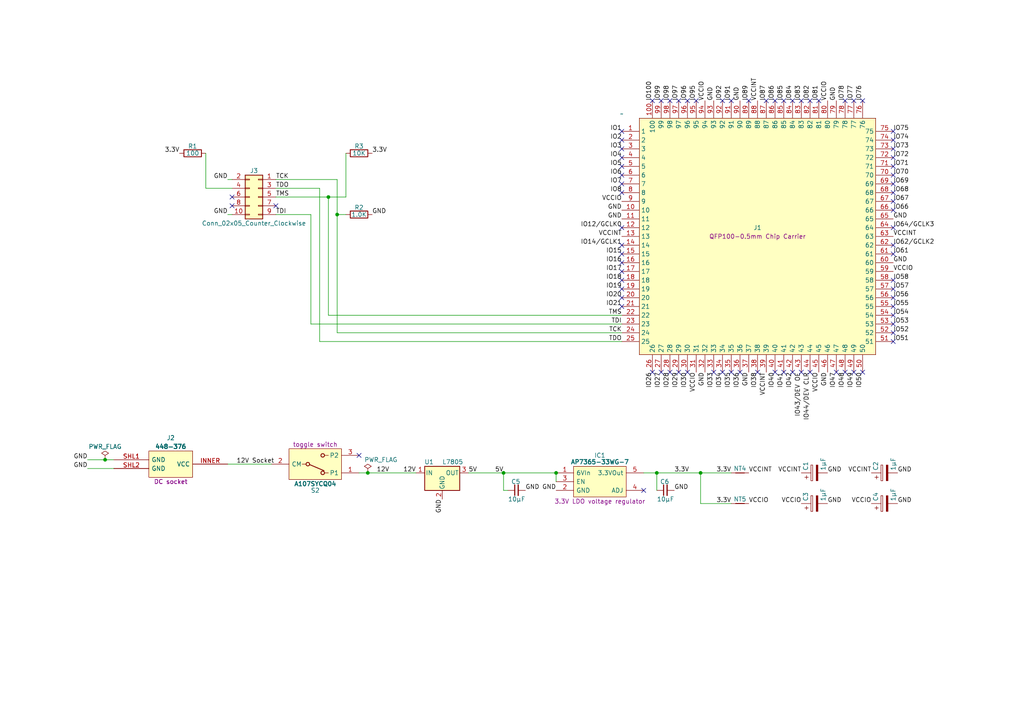
<source format=kicad_sch>
(kicad_sch (version 20231120) (generator "eeschema") (generator_version "8.0")
  (paper "A4")
  (title_block (title "EPM570 Programmer") (date "2025-02-06") (rev "V0"))
  (lib_symbols
    (symbol "All_Socket:QFP100-0.5_Chip_Carrier"
      (property "Reference" "J" (at 39.37 -27.94 0))
      (property "Description" "QFP100-0.5mm Chip Carrier" (at 39.37 -30.48 0))
      (symbol "QFP100-0.5_Chip_Carrier_1_0"
        (pin passive line (at 0 0 0) (length 5.08) (name "1") (number "1"))
        (pin passive line (at 0 -22.86 0) (length 5.08) (name "10") (number "10"))
        (pin passive line (at 8.89 8.89 270) (length 5.08) (name "100") (number "100"))
        (pin passive line (at 0 -25.4 0) (length 5.08) (name "11") (number "11"))
        (pin passive line (at 0 -27.94 0) (length 5.08) (name "12") (number "12"))
        (pin passive line (at 0 -30.48 0) (length 5.08) (name "13") (number "13"))
        (pin passive line (at 0 -33.02 0) (length 5.08) (name "14") (number "14"))
        (pin passive line (at 0 -35.56 0) (length 5.08) (name "15") (number "15"))
        (pin passive line (at 0 -38.1 0) (length 5.08) (name "16") (number "16"))
        (pin passive line (at 0 -40.64 0) (length 5.08) (name "17") (number "17"))
        (pin passive line (at 0 -43.18 0) (length 5.08) (name "18") (number "18"))
        (pin passive line (at 0 -45.72 0) (length 5.08) (name "19") (number "19"))
        (pin passive line (at 0 -2.54 0) (length 5.08) (name "2") (number "2"))
        (pin passive line (at 0 -48.26 0) (length 5.08) (name "20") (number "20"))
        (pin passive line (at 0 -50.8 0) (length 5.08) (name "21") (number "21"))
        (pin passive line (at 0 -53.34 0) (length 5.08) (name "22") (number "22"))
        (pin passive line (at 0 -55.88 0) (length 5.08) (name "23") (number "23"))
        (pin passive line (at 0 -58.42 0) (length 5.08) (name "24") (number "24"))
        (pin passive line (at 0 -60.96 0) (length 5.08) (name "25") (number "25"))
        (pin passive line (at 8.89 -69.85 90) (length 5.08) (name "26") (number "26"))
        (pin passive line (at 11.43 -69.85 90) (length 5.08) (name "27") (number "27"))
        (pin passive line (at 13.97 -69.85 90) (length 5.08) (name "28") (number "28"))
        (pin passive line (at 16.51 -69.85 90) (length 5.08) (name "29") (number "29"))
        (pin passive line (at 0 -5.08 0) (length 5.08) (name "3") (number "3"))
        (pin passive line (at 19.05 -69.85 90) (length 5.08) (name "30") (number "30"))
        (pin passive line (at 21.59 -69.85 90) (length 5.08) (name "31") (number "31"))
        (pin passive line (at 24.13 -69.85 90) (length 5.08) (name "32") (number "32"))
        (pin passive line (at 26.67 -69.85 90) (length 5.08) (name "33") (number "33"))
        (pin passive line (at 29.21 -69.85 90) (length 5.08) (name "34") (number "34"))
        (pin passive line (at 31.75 -69.85 90) (length 5.08) (name "35") (number "35"))
        (pin passive line (at 34.29 -69.85 90) (length 5.08) (name "36") (number "36"))
        (pin passive line (at 36.83 -69.85 90) (length 5.08) (name "37") (number "37"))
        (pin passive line (at 39.37 -69.85 90) (length 5.08) (name "38") (number "38"))
        (pin passive line (at 41.91 -69.85 90) (length 5.08) (name "39") (number "39"))
        (pin passive line (at 0 -7.62 0) (length 5.08) (name "4") (number "4"))
        (pin passive line (at 44.45 -69.85 90) (length 5.08) (name "40") (number "40"))
        (pin passive line (at 46.99 -69.85 90) (length 5.08) (name "41") (number "41"))
        (pin passive line (at 49.53 -69.85 90) (length 5.08) (name "42") (number "42"))
        (pin passive line (at 52.07 -69.85 90) (length 5.08) (name "43") (number "43"))
        (pin passive line (at 54.61 -69.85 90) (length 5.08) (name "44") (number "44"))
        (pin passive line (at 57.15 -69.85 90) (length 5.08) (name "45") (number "45"))
        (pin passive line (at 59.69 -69.85 90) (length 5.08) (name "46") (number "46"))
        (pin passive line (at 62.23 -69.85 90) (length 5.08) (name "47") (number "47"))
        (pin passive line (at 64.77 -69.85 90) (length 5.08) (name "48") (number "48"))
        (pin passive line (at 67.31 -69.85 90) (length 5.08) (name "49") (number "49"))
        (pin passive line (at 0 -10.16 0) (length 5.08) (name "5") (number "5"))
        (pin passive line (at 69.85 -69.85 90) (length 5.08) (name "50") (number "50"))
        (pin passive line (at 78.74 -60.96 180) (length 5.08) (name "51") (number "51"))
        (pin passive line (at 78.74 -58.42 180) (length 5.08) (name "52") (number "52"))
        (pin passive line (at 78.74 -55.88 180) (length 5.08) (name "53") (number "53"))
        (pin passive line (at 78.74 -53.34 180) (length 5.08) (name "54") (number "54"))
        (pin passive line (at 78.74 -50.8 180) (length 5.08) (name "55") (number "55"))
        (pin passive line (at 78.74 -48.26 180) (length 5.08) (name "56") (number "56"))
        (pin passive line (at 78.74 -45.72 180) (length 5.08) (name "57") (number "57"))
        (pin passive line (at 78.74 -43.18 180) (length 5.08) (name "58") (number "58"))
        (pin passive line (at 78.74 -40.64 180) (length 5.08) (name "59") (number "59"))
        (pin passive line (at 0 -12.7 0) (length 5.08) (name "6") (number "6"))
        (pin passive line (at 78.74 -38.1 180) (length 5.08) (name "60") (number "60"))
        (pin passive line (at 78.74 -35.56 180) (length 5.08) (name "61") (number "61"))
        (pin passive line (at 78.74 -33.02 180) (length 5.08) (name "62") (number "62"))
        (pin passive line (at 78.74 -30.48 180) (length 5.08) (name "63") (number "63"))
        (pin passive line (at 78.74 -27.94 180) (length 5.08) (name "64") (number "64"))
        (pin passive line (at 78.74 -25.4 180) (length 5.08) (name "65") (number "65"))
        (pin passive line (at 78.74 -22.86 180) (length 5.08) (name "66") (number "66"))
        (pin passive line (at 78.74 -20.32 180) (length 5.08) (name "67") (number "67"))
        (pin passive line (at 78.74 -17.78 180) (length 5.08) (name "68") (number "68"))
        (pin passive line (at 78.74 -15.24 180) (length 5.08) (name "69") (number "69"))
        (pin passive line (at 0 -15.24 0) (length 5.08) (name "7") (number "7"))
        (pin passive line (at 78.74 -12.7 180) (length 5.08) (name "70") (number "70"))
        (pin passive line (at 78.74 -10.16 180) (length 5.08) (name "71") (number "71"))
        (pin passive line (at 78.74 -7.62 180) (length 5.08) (name "72") (number "72"))
        (pin passive line (at 78.74 -5.08 180) (length 5.08) (name "73") (number "73"))
        (pin passive line (at 78.74 -2.54 180) (length 5.08) (name "74") (number "74"))
        (pin passive line (at 78.74 0 180) (length 5.08) (name "75") (number "75"))
        (pin passive line (at 69.85 8.89 270) (length 5.08) (name "76") (number "76"))
        (pin passive line (at 67.31 8.89 270) (length 5.08) (name "77") (number "77"))
        (pin passive line (at 64.77 8.89 270) (length 5.08) (name "78") (number "78"))
        (pin passive line (at 62.23 8.89 270) (length 5.08) (name "79") (number "79"))
        (pin passive line (at 0 -17.78 0) (length 5.08) (name "8") (number "8"))
        (pin passive line (at 59.69 8.89 270) (length 5.08) (name "80") (number "80"))
        (pin passive line (at 57.15 8.89 270) (length 5.08) (name "81") (number "81"))
        (pin passive line (at 54.61 8.89 270) (length 5.08) (name "82") (number "82"))
        (pin passive line (at 52.07 8.89 270) (length 5.08) (name "83") (number "83"))
        (pin passive line (at 49.53 8.89 270) (length 5.08) (name "84") (number "84"))
        (pin passive line (at 46.99 8.89 270) (length 5.08) (name "85") (number "85"))
        (pin passive line (at 44.45 8.89 270) (length 5.08) (name "86") (number "86"))
        (pin passive line (at 41.91 8.89 270) (length 5.08) (name "87") (number "87"))
        (pin passive line (at 39.37 8.89 270) (length 5.08) (name "88") (number "88"))
        (pin passive line (at 36.83 8.89 270) (length 5.08) (name "89") (number "89"))
        (pin passive line (at 0 -20.32 0) (length 5.08) (name "9") (number "9"))
        (pin passive line (at 34.29 8.89 270) (length 5.08) (name "90") (number "90"))
        (pin passive line (at 31.75 8.89 270) (length 5.08) (name "91") (number "91"))
        (pin passive line (at 29.21 8.89 270) (length 5.08) (name "92") (number "92"))
        (pin passive line (at 26.67 8.89 270) (length 5.08) (name "93") (number "93"))
        (pin passive line (at 24.13 8.89 270) (length 5.08) (name "94") (number "94"))
        (pin passive line (at 21.59 8.89 270) (length 5.08) (name "95") (number "95"))
        (pin passive line (at 19.05 8.89 270) (length 5.08) (name "96") (number "96"))
        (pin passive line (at 16.51 8.89 270) (length 5.08) (name "97") (number "97"))
        (pin passive line (at 13.97 8.89 270) (length 5.08) (name "98") (number "98"))
        (pin passive line (at 11.43 8.89 270) (length 5.08) (name "99") (number "99"))
      )
      (symbol "QFP100-0.5_Chip_Carrier_1_1"
        (rectangle (start 5.08 3.81) (end 73.66 -64.77) (fill (type background)))
      )
    )
    (symbol "Connector_Generic:Conn_02x05_Odd_Even" (pin_names (offset 1.016) hide)
      (property "Reference" "J" (at 1.27 7.62 0))
      (property "Value" "Conn_02x05_Odd_Even" (at 1.27 -7.62 0))
      (symbol "Conn_02x05_Odd_Even_1_1"
        (rectangle (start -1.27 -4.953) (end 0 -5.207) (stroke (width 0.1524)))
        (rectangle (start -1.27 -2.413) (end 0 -2.667) (stroke (width 0.1524)))
        (rectangle (start -1.27 0.127) (end 0 -0.127) (stroke (width 0.1524)))
        (rectangle (start -1.27 2.667) (end 0 2.413) (stroke (width 0.1524)))
        (rectangle (start -1.27 5.207) (end 0 4.953) (stroke (width 0.1524)))
        (rectangle (start -1.27 6.35) (end 3.81 -6.35) (stroke (width 0.254)) (fill (type background)))
        (rectangle (start 3.81 -4.953) (end 2.54 -5.207) (stroke (width 0.1524)))
        (rectangle (start 3.81 -2.413) (end 2.54 -2.667) (stroke (width 0.1524)))
        (rectangle (start 3.81 0.127) (end 2.54 -0.127) (stroke (width 0.1524)))
        (rectangle (start 3.81 2.667) (end 2.54 2.413) (stroke (width 0.1524)))
        (rectangle (start 3.81 5.207) (end 2.54 4.953) (stroke (width 0.1524)))
        (pin passive line (at -5.08 5.08 0) (length 3.81) (name "Pin_1") (number "1"))
        (pin passive line (at 7.62 -5.08 180) (length 3.81) (name "Pin_10") (number "10"))
        (pin passive line (at 7.62 5.08 180) (length 3.81) (name "Pin_2") (number "2"))
        (pin passive line (at -5.08 2.54 0) (length 3.81) (name "Pin_3") (number "3"))
        (pin passive line (at 7.62 2.54 180) (length 3.81) (name "Pin_4") (number "4"))
        (pin passive line (at -5.08 0 0) (length 3.81) (name "Pin_5") (number "5"))
        (pin passive line (at 7.62 0 180) (length 3.81) (name "Pin_6") (number "6"))
        (pin passive line (at -5.08 -2.54 0) (length 3.81) (name "Pin_7") (number "7"))
        (pin passive line (at 7.62 -2.54 180) (length 3.81) (name "Pin_8") (number "8"))
        (pin passive line (at -5.08 -5.08 0) (length 3.81) (name "Pin_9") (number "9"))
      )
    )
    (symbol "Device:NetTie_2" (pin_numbers hide) (pin_names (offset 0) hide) (in_bom no)
      (property "Reference" "NT" (at 0 1.27 0))
      (property "Value" "NetTie_2" (at 0 -1.27 0))
      (symbol "NetTie_2_0_1"
        (polyline (pts (xy -1.27 0) (xy 1.27 0)) (stroke (width 0.254)))
      )
      (symbol "NetTie_2_1_1"
        (pin passive line (at -2.54 0 0) (length 2.54) (name "1") (number "1"))
        (pin passive line (at 2.54 0 180) (length 2.54) (name "2") (number "2"))
      )
    )
    (symbol "Device:R" (pin_numbers hide) (pin_names (offset 0))
      (property "Reference" "R" (at 2.032 0 90))
      (property "Value" "R" (at 0 0 90))
      (symbol "R_0_1"
        (rectangle (start -1.016 -2.54) (end 1.016 2.54) (stroke (width 0.254)))
      )
      (symbol "R_1_1"
        (pin passive line (at 0 3.81 270) (length 1.27) (name "~") (number "1"))
        (pin passive line (at 0 -3.81 90) (length 1.27) (name "~") (number "2"))
      )
    )
    (symbol "Diodes_Inc:AP7365-33WG-7" (pin_names (offset 0.762))
      (property "Reference" "IC" (at 12.7 5.08 0))
      (property "Value" "AP7365-33WG-7" (at 12.7 3.175 0))
      (property "Description" "3.3V LDO voltage regulator" (at 12.7 -8.255 0))
      (symbol "AP7365-33WG-7_0_0"
        (pin passive line (at 0 -5.08 0) (length 5.08) (name "GND") (number "2"))
        (pin input line (at 0 -2.54 0) (length 5.08) (name "EN") (number "3"))
        (pin passive line (at 25.4 -5.08 180) (length 5.08) (name "ADJ") (number "4"))
      )
      (symbol "AP7365-33WG-7_0_1"
        (polyline (pts (xy 5.08 1.905) (xy 20.32 1.905) (xy 20.32 -6.985) (xy 5.08 -6.985) (xy 5.08 1.905)) (fill (type background)))
      )
      (symbol "AP7365-33WG-7_1_0"
        (pin passive line (at 0 0 0) (length 5.08) (name "6VIn") (number "1"))
        (pin passive line (at 25.4 0 180) (length 5.08) (name "3.3VOut") (number "5"))
      )
    )
    (symbol "HCP65:C_0805" (pin_numbers hide) (pin_names (offset 0.254) hide)
      (property "Reference" "C" (at 2.286 2.54 0))
      (property "Value" "?μF" (at 2.54 -2.54 0))
      (symbol "C_0805_0_1"
        (polyline (pts (xy 1.9685 -1.4605) (xy 1.9685 1.5875)) (stroke (width 0.3048)))
        (polyline (pts (xy 2.9845 -1.4605) (xy 2.9845 1.5875)) (stroke (width 0.3302)))
      )
      (symbol "C_0805_1_1"
        (pin passive line (at 0 0 0) (length 2.032) (name "~") (number "1"))
        (pin passive line (at 5.08 0 180) (length 2.032) (name "~") (number "2"))
      )
    )
    (symbol "HCP65:C_Radial_D4.0mm_P2.00mm" (pin_numbers hide) (pin_names (offset 0.254))
      (property "Reference" "C" (at 0.635 2.54 0))
      (property "Value" "?μF" (at 0.635 -2.54 0))
      (symbol "C_Radial_D4.0mm_P2.00mm_0_1"
        (rectangle (start -2.286 0.508) (end 2.286 1.016))
        (polyline (pts (xy -1.778 2.286) (xy -0.762 2.286)))
        (polyline (pts (xy -1.27 2.794) (xy -1.27 1.778)))
        (rectangle (start 2.286 -0.508) (end -2.286 -1.016) (fill (type outline)))
      )
      (symbol "C_Radial_D4.0mm_P2.00mm_1_1"
        (pin passive line (at 0 3.81 270) (length 2.794) (name "~") (number "1"))
        (pin passive line (at 0 -3.81 90) (length 2.794) (name "~") (number "2"))
      )
    )
    (symbol "RS_Components:448-376" (pin_names (offset 0.762))
      (property "Reference" "J" (at 11.43 6.35 0))
      (property "Value" "448-376" (at 11.43 3.81 0))
      (property "Description" "DC socket" (at 11.43 -6.35 0))
      (symbol "448-376_0_1"
        (polyline (pts (xy 5.08 2.54) (xy 17.78 2.54) (xy 17.78 -5.08) (xy 5.08 -5.08) (xy 5.08 2.54)) (stroke (width 0.1524)) (fill (type background)))
      )
      (symbol "448-376_1_0"
        (pin passive line (at -5.08 -1.27 0) (length 10.16) (name "VCC") (number "INNER"))
        (pin passive line (at 27.94 0 180) (length 10.16) (name "GND") (number "SHL1"))
        (pin passive line (at 27.94 -2.54 180) (length 10.16) (name "GND") (number "SHL2"))
      )
    )
    (symbol "Regulator_Linear:L7805" (pin_names (offset 0.254))
      (property "Reference" "U" (at -3.81 3.175 0))
      (property "Value" "L7805" (at 0 3.175 0))
      (symbol "L7805_0_1"
        (rectangle (start -5.08 1.905) (end 5.08 -5.08) (stroke (width 0.254)) (fill (type background)))
      )
      (symbol "L7805_1_1"
        (pin power_in line (at -7.62 0 0) (length 2.54) (name "IN") (number "1"))
        (pin power_in line (at 0 -7.62 90) (length 2.54) (name "GND") (number "2"))
        (pin power_out line (at 7.62 0 180) (length 2.54) (name "OUT") (number "3"))
      )
    )
    (symbol "TE_Connectivity:A107SYCQ04" (pin_names (offset 0.762))
      (property "Reference" "S" (at 12.7 5.08 0))
      (property "Value" "A107SYCQ04" (at 12.7 3.175 0))
      (property "Description" "toggle switch" (at 12.7 -8.255 0))
      (symbol "A107SYCQ04_0_0"
        (pin passive line (at 25.4 0 180) (length 5.08) (name "P1") (number "1"))
        (pin passive line (at 0 -2.54 0) (length 5.08) (name "CM") (number "2"))
        (pin passive line (at 25.4 -5.08 180) (length 5.08) (name "P2") (number "3"))
      )
      (symbol "A107SYCQ04_0_1"
        (polyline (pts (xy 5.08 1.905) (xy 20.32 1.905) (xy 20.32 -6.985) (xy 5.08 -6.985) (xy 5.08 1.905)) (stroke (width 0.1524)) (fill (type background)))
      )
      (symbol "A107SYCQ04_1_1"
        (polyline (pts (xy 8.89 -2.54) (xy 9.906 -2.54)))
        (polyline (pts (xy 11.049 -2.413) (xy 15.24 -0.635)) (stroke (width 0.254)))
        (polyline (pts (xy 16.51 -5.08) (xy 15.494 -5.08)))
        (polyline (pts (xy 16.51 0) (xy 15.494 0)))
        (circle (center 10.541 -2.54) (radius 0.508) (stroke (width 0.254)))
        (circle (center 14.859 -5.08) (radius 0.508) (stroke (width 0.254)))
        (circle (center 14.859 0) (radius 0.508) (stroke (width 0.254)))
      )
    )
    (symbol "power:PWR_FLAG" (power) (pin_numbers hide) (pin_names (offset 0) hide)
      (property "Value" "PWR_FLAG" (at 0 3.81 0))
      (symbol "PWR_FLAG_0_0"
        (pin power_out line (at 0 0 90) (length 0) (name "~") (number "1"))
      )
      (symbol "PWR_FLAG_0_1"
        (polyline (pts (xy 0 0) (xy 0 1.27) (xy -1.016 1.905) (xy 0 2.54) (xy 1.016 1.905) (xy 0 1.27)))
      )
    )
  )
  (junction (at 97.79 62.23))
  (junction (at 30.48 133.35))
  (junction (at 106.68 137.16))
  (junction (at 146.05 137.16))
  (junction (at 95.25 57.15))
  (junction (at 161.29 137.16))
  (junction (at 203.2 137.16))
  (junction (at 190.5 137.16))
  (no_connect (at 199.39 107.95))
  (no_connect (at 196.85 107.95))
  (no_connect (at 232.41 107.95))
  (no_connect (at 250.19 107.95))
  (no_connect (at 259.08 43.18))
  (no_connect (at 189.23 107.95))
  (no_connect (at 247.65 107.95))
  (no_connect (at 199.39 29.21))
  (no_connect (at 229.87 29.21))
  (no_connect (at 259.08 88.9))
  (no_connect (at 201.93 29.21))
  (no_connect (at 191.77 29.21))
  (no_connect (at 180.34 53.34))
  (no_connect (at 180.34 86.36))
  (no_connect (at 250.19 29.21))
  (no_connect (at 180.34 81.28))
  (no_connect (at 259.08 81.28))
  (no_connect (at 259.08 91.44))
  (no_connect (at 259.08 99.06))
  (no_connect (at 224.79 29.21))
  (no_connect (at 245.11 107.95))
  (no_connect (at 180.34 66.04))
  (no_connect (at 207.01 107.95))
  (no_connect (at 196.85 29.21))
  (no_connect (at 219.71 107.95))
  (no_connect (at 259.08 45.72))
  (no_connect (at 259.08 66.04))
  (no_connect (at 232.41 29.21))
  (no_connect (at 104.14 132.08))
  (no_connect (at 209.55 29.21))
  (no_connect (at 224.79 107.95))
  (no_connect (at 180.34 78.74))
  (no_connect (at 259.08 96.52))
  (no_connect (at 180.34 73.66))
  (no_connect (at 191.77 107.95))
  (no_connect (at 209.55 107.95))
  (no_connect (at 189.23 29.21))
  (no_connect (at 229.87 107.95))
  (no_connect (at 194.31 107.95))
  (no_connect (at 180.34 38.1))
  (no_connect (at 67.31 59.69))
  (no_connect (at 217.17 29.21))
  (no_connect (at 259.08 60.96))
  (no_connect (at 237.49 29.21))
  (no_connect (at 245.11 29.21))
  (no_connect (at 227.33 29.21))
  (no_connect (at 180.34 71.12))
  (no_connect (at 212.09 29.21))
  (no_connect (at 259.08 48.26))
  (no_connect (at 259.08 83.82))
  (no_connect (at 67.31 57.15))
  (no_connect (at 259.08 73.66))
  (no_connect (at 180.34 48.26))
  (no_connect (at 259.08 71.12))
  (no_connect (at 259.08 86.36))
  (no_connect (at 234.95 29.21))
  (no_connect (at 214.63 107.95))
  (no_connect (at 259.08 38.1))
  (no_connect (at 180.34 45.72))
  (no_connect (at 222.25 29.21))
  (no_connect (at 234.95 107.95))
  (no_connect (at 259.08 55.88))
  (no_connect (at 227.33 107.95))
  (no_connect (at 259.08 40.64))
  (no_connect (at 180.34 83.82))
  (no_connect (at 259.08 50.8))
  (no_connect (at 247.65 29.21))
  (no_connect (at 180.34 55.88))
  (no_connect (at 80.01 59.69))
  (no_connect (at 242.57 107.95))
  (no_connect (at 186.69 142.24))
  (no_connect (at 259.08 58.42))
  (no_connect (at 194.31 29.21))
  (no_connect (at 259.08 93.98))
  (no_connect (at 180.34 40.64))
  (no_connect (at 180.34 50.8))
  (no_connect (at 180.34 76.2))
  (no_connect (at 259.08 53.34))
  (no_connect (at 180.34 43.18))
  (no_connect (at 212.09 107.95))
  (no_connect (at 180.34 88.9))
  (wire (pts (xy 203.2 146.05) (xy 203.2 137.16)))
  (wire (pts (xy 92.71 54.61) (xy 92.71 99.06)))
  (wire (pts (xy 212.09 146.05) (xy 203.2 146.05)))
  (wire (pts (xy 190.5 142.24) (xy 190.5 137.16)))
  (wire (pts (xy 59.69 44.45) (xy 59.69 54.61)))
  (wire (pts (xy 78.74 134.62) (xy 66.04 134.62)))
  (wire (pts (xy 30.48 133.35) (xy 33.02 133.35)))
  (wire (pts (xy 203.2 137.16) (xy 212.09 137.16)))
  (wire (pts (xy 146.05 137.16) (xy 161.29 137.16)))
  (wire (pts (xy 90.17 93.98) (xy 90.17 62.23)))
  (wire (pts (xy 95.25 57.15) (xy 95.25 91.44)))
  (wire (pts (xy 90.17 62.23) (xy 80.01 62.23)))
  (wire (pts (xy 100.33 57.15) (xy 95.25 57.15)))
  (wire (pts (xy 161.29 137.16) (xy 161.29 139.7)))
  (wire (pts (xy 180.34 96.52) (xy 97.79 96.52)))
  (wire (pts (xy 97.79 62.23) (xy 97.79 96.52)))
  (wire (pts (xy 66.04 52.07) (xy 67.31 52.07)))
  (wire (pts (xy 59.69 54.61) (xy 67.31 54.61)))
  (wire (pts (xy 95.25 91.44) (xy 180.34 91.44)))
  (wire (pts (xy 106.68 137.16) (xy 120.65 137.16)))
  (wire (pts (xy 146.05 137.16) (xy 146.05 142.24)))
  (wire (pts (xy 80.01 54.61) (xy 92.71 54.61)))
  (wire (pts (xy 186.69 137.16) (xy 190.5 137.16)))
  (wire (pts (xy 135.89 137.16) (xy 146.05 137.16)))
  (wire (pts (xy 146.05 142.24) (xy 147.32 142.24)))
  (wire (pts (xy 106.68 137.16) (xy 104.14 137.16)))
  (wire (pts (xy 97.79 62.23) (xy 97.79 52.07)))
  (wire (pts (xy 95.25 57.15) (xy 80.01 57.15)))
  (wire (pts (xy 92.71 99.06) (xy 180.34 99.06)))
  (wire (pts (xy 100.33 62.23) (xy 97.79 62.23)))
  (wire (pts (xy 25.4 133.35) (xy 30.48 133.35)))
  (wire (pts (xy 66.04 62.23) (xy 67.31 62.23)))
  (wire (pts (xy 190.5 137.16) (xy 203.2 137.16)))
  (wire (pts (xy 33.02 135.89) (xy 25.4 135.89)))
  (wire (pts (xy 180.34 93.98) (xy 90.17 93.98)))
  (wire (pts (xy 97.79 52.07) (xy 80.01 52.07)))
  (wire (pts (xy 100.33 44.45) (xy 100.33 57.15)))
  (label "IO6" (at 180.34 50.8 180))
  (label "VCCINT" (at 217.17 137.16 0))
  (label "IO98" (at 194.31 29.21 90))
  (label "12V" (at 120.65 137.16 180))
  (label "IO29" (at 196.85 107.95 270))
  (label "IO58" (at 259.08 81.28 0))
  (label "VCCIO" (at 232.41 146.05 180))
  (label "3.3V" (at 52.07 44.45 180))
  (label "IO75" (at 259.08 38.1 0))
  (label "VCCIO" (at 252.73 146.05 180))
  (label "IO33" (at 207.01 107.95 270))
  (label "IO74" (at 259.08 40.64 0))
  (label "IO3" (at 180.34 43.18 180))
  (label "IO72" (at 259.08 45.72 0))
  (label "IO5" (at 180.34 48.26 180))
  (label "VCCINT" (at 219.71 29.21 90))
  (label "IO28" (at 194.31 107.95 270))
  (label "IO64{slash}GCLK3" (at 259.08 66.04 0))
  (label "IO42" (at 229.87 107.95 270))
  (label "TDO" (at 80.01 54.61 0))
  (label "IO44{slash}DEV CLR" (at 234.95 107.95 270))
  (label "GND" (at 180.34 63.5 180))
  (label "GND" (at 107.95 62.23 0))
  (label "IO61" (at 259.08 73.66 0))
  (label "5V" (at 146.05 137.16 180))
  (label "IO50" (at 250.19 107.95 270))
  (label "GND" (at 180.34 60.96 180))
  (label "IO35" (at 212.09 107.95 270))
  (label "GND" (at 240.03 137.16 0))
  (label "IO56" (at 259.08 86.36 0))
  (label "IO82" (at 234.95 29.21 90))
  (label "VCCINT" (at 180.34 68.58 180))
  (label "GND" (at 260.35 146.05 0))
  (label "IO67" (at 259.08 58.42 0))
  (label "IO48" (at 245.11 107.95 270))
  (label "GND" (at 66.04 52.07 180))
  (label "VCCIO" (at 201.93 107.95 270))
  (label "IO7" (at 180.34 53.34 180))
  (label "GND" (at 259.08 76.2 0))
  (label "5V" (at 135.89 137.16 0))
  (label "VCCIO" (at 204.47 29.21 90))
  (label "IO95" (at 201.93 29.21 90))
  (label "IO76" (at 250.19 29.21 90))
  (label "IO92" (at 209.55 29.21 90))
  (label "VCCINT" (at 259.08 68.58 0))
  (label "IO41" (at 227.33 107.95 270))
  (label "GND" (at 207.01 29.21 90))
  (label "IO12{slash}GCLK0" (at 180.34 66.04 180))
  (label "12V" (at 109.22 137.16 0))
  (label "GND" (at 152.4 142.24 0))
  (label "IO15" (at 180.34 73.66 180))
  (label "3.3V" (at 195.58 137.16 0))
  (label "IO52" (at 259.08 96.52 0))
  (label "IO84" (at 229.87 29.21 90))
  (label "IO87" (at 222.25 29.21 90))
  (label "VCCIO" (at 180.34 58.42 180))
  (label "GND" (at 66.04 62.23 180))
  (label "GND" (at 25.4 135.89 180))
  (label "IO54" (at 259.08 91.44 0))
  (label "IO77" (at 247.65 29.21 90))
  (label "IO36" (at 214.63 107.95 270))
  (label "GND" (at 195.58 142.24 0))
  (label "IO30" (at 199.39 107.95 270))
  (label "IO40" (at 224.79 107.95 270))
  (label "3.3V" (at 107.95 44.45 0))
  (label "IO19" (at 180.34 83.82 180))
  (label "IO96" (at 199.39 29.21 90))
  (label "IO73" (at 259.08 43.18 0))
  (label "IO83" (at 232.41 29.21 90))
  (label "VCCIO" (at 237.49 107.95 270))
  (label "IO53" (at 259.08 93.98 0))
  (label "VCCINT" (at 232.41 137.16 180))
  (label "IO91" (at 212.09 29.21 90))
  (label "VCCIO" (at 240.03 29.21 90))
  (label "VCCIO" (at 217.17 146.05 0))
  (label "IO85" (at 227.33 29.21 90))
  (label "GND" (at 259.08 63.5 0))
  (label "IO17" (at 180.34 78.74 180))
  (label "IO43{slash}DEV OE" (at 232.41 107.95 270))
  (label "IO62{slash}GCLK2" (at 259.08 71.12 0))
  (label "IO66" (at 259.08 60.96 0))
  (label "IO55" (at 259.08 88.9 0))
  (label "IO4" (at 180.34 45.72 180))
  (label "IO18" (at 180.34 81.28 180))
  (label "IO8" (at 180.34 55.88 180))
  (label "IO57" (at 259.08 83.82 0))
  (label "IO21" (at 180.34 88.9 180))
  (label "TDI" (at 180.34 93.98 180))
  (label "IO26" (at 189.23 107.95 270))
  (label "IO97" (at 196.85 29.21 90))
  (label "GND" (at 260.35 137.16 0))
  (label "TMS" (at 180.34 91.44 180))
  (label "IO68" (at 259.08 55.88 0))
  (label "GND" (at 240.03 107.95 270))
  (label "TMS" (at 80.01 57.15 0))
  (label "IO16" (at 180.34 76.2 180))
  (label "IO38" (at 219.71 107.95 270))
  (label "GND" (at 242.57 29.21 90))
  (label "IO89" (at 217.17 29.21 90))
  (label "IO100" (at 189.23 29.21 90))
  (label "TCK" (at 80.01 52.07 0))
  (label "GND" (at 214.63 29.21 90))
  (label "VCCIO" (at 259.08 78.74 0))
  (label "3.3V" (at 212.09 146.05 180))
  (label "IO71" (at 259.08 48.26 0))
  (label "IO1" (at 180.34 38.1 180))
  (label "VCCINT" (at 222.25 107.95 270))
  (label "IO86" (at 224.79 29.21 90))
  (label "TDI" (at 80.01 62.23 0))
  (label "IO99" (at 191.77 29.21 90))
  (label "IO47" (at 242.57 107.95 270))
  (label "3.3V" (at 212.09 137.16 180))
  (label "IO34" (at 209.55 107.95 270))
  (label "TCK" (at 180.34 96.52 180))
  (label "IO2" (at 180.34 40.64 180))
  (label "VCCINT" (at 252.73 137.16 180))
  (label "IO20" (at 180.34 86.36 180))
  (label "12V Socket" (at 68.58 134.62 0))
  (label "IO27" (at 191.77 107.95 270))
  (label "GND" (at 128.27 144.78 270))
  (label "TDO" (at 180.34 99.06 180))
  (label "GND" (at 25.4 133.35 180))
  (label "GND" (at 217.17 107.95 270))
  (label "IO70" (at 259.08 50.8 0))
  (label "IO78" (at 245.11 29.21 90))
  (label "IO49" (at 247.65 107.95 270))
  (label "IO14{slash}GCLK1" (at 180.34 71.12 180))
  (label "IO51" (at 259.08 99.06 0))
  (label "IO69" (at 259.08 53.34 0))
  (label "GND" (at 161.29 142.24 180))
  (label "IO81" (at 237.49 29.21 90))
  (label "GND" (at 240.03 146.05 0))
  (label "GND" (at 204.47 107.95 270))
  (symbol (lib_id "Device:NetTie_2") (at 214.63 137.16 0) (unit 1) (in_bom no)
    (property "Reference" "NT4" (at 214.63 135.89 0))
    (property "Value" "NetTie_2" (effects (hide yes)))
    (property "Footprint" "NetTie:NetTie-2_SMD_Pad0.5mm" (effects (hide yes)))
    (property "Description" "Net tie, 2 pins" (effects (hide yes)))
  )
  (symbol (lib_id "power:PWR_FLAG") (at 30.48 133.35 0) (mirror y) (unit 1)
    (property "Reference" "#FLG02" (effects (hide yes)))
    (property "Value" "PWR_FLAG" (at 30.48 129.54 0))
    (property "Description" "Special symbol for telling ERC where power comes from" (effects (hide yes)))
  )
  (symbol (lib_id "Diodes_Inc:AP7365-33WG-7") (at 161.29 137.16 0) (unit 1)
    (property "Reference" "IC1" (at 173.99 132.08 0))
    (property "Value" "AP7365-33WG-7" (at 173.99 133.985 0) (effects (font (bold yes))))
    (property "Footprint" "SamacSys_Parts:SOT95P285X130-5N" (effects (hide yes)))
    (property "Datasheet" "https://componentsearchengine.com/Datasheets/1/AP7365-33WG-7.pdf" (effects (hide yes)))
    (property "Description" "3.3V LDO voltage regulator" (at 173.99 145.415 0))
    (property "Height" "1.3" (effects (hide yes)))
    (property "Manufacturer_Name" "Diodes Inc." (effects (hide yes)))
    (property "Manufacturer_Part_Number" "AP7365-33WG-7" (effects (hide yes)))
    (property "Mouser Part Number" "621-AP7365-33WG-7" (effects (hide yes)))
    (property "Mouser Price/Stock" "https://www.mouser.co.uk/ProductDetail/Diodes-Incorporated/AP7365-33WG-7?qs=abZ1nkZpTuOZFvxvoFPL0w%3D%3D" (effects (hide yes)))
    (property "Arrow Part Number" "AP7365-33WG-7" (effects (hide yes)))
    (property "Arrow Price/Stock" "https://www.arrow.com/en/products/ap7365-33wg-7/diodes-incorporated?region=nac" (effects (hide yes)))
    (property "Silkscreen" "AP7365" (effects (hide yes)))
  )
  (symbol (lib_id "Device:NetTie_2") (at 214.63 146.05 0) (unit 1) (in_bom no)
    (property "Reference" "NT5" (at 214.63 144.78 0))
    (property "Value" "NetTie_2" (effects (hide yes)))
    (property "Footprint" "NetTie:NetTie-2_SMD_Pad0.5mm" (effects (hide yes)))
    (property "Description" "Net tie, 2 pins" (effects (hide yes)))
  )
  (symbol (lib_id "HCP65:C_Radial_D4.0mm_P2.00mm") (at 256.54 137.16 90) (unit 1)
    (property "Reference" "C2" (at 254 136.525 0) (effects (justify left)))
    (property "Value" "1μF" (at 259.08 136.525 0) (effects (justify left)))
    (property "Footprint" "SamacSys_Parts:CP_Radial_D4.0mm_P2.00mm" (effects (hide yes)))
  )
  (symbol (lib_id "Connector_Generic:Conn_02x05_Odd_Even") (at 74.93 57.15 0) (mirror y) (unit 1)
    (property "Reference" "J3" (at 73.66 49.53 0))
    (property "Value" "Conn_02x05_Counter_Clockwise" (at 73.66 64.77 0))
    (property "Footprint" "Connector_PinHeader_2.54mm:PinHeader_2x05_P2.54mm_Vertical" (effects (hide yes)))
    (property "Description" "Generic connector, double row, 02x05, odd/even pin numbering scheme (row 1 odd numbers, row 2 even numbers), script generated (kicad-library-utils/schlib/autogen/connector/)" (effects (hide yes)))
  )
  (symbol (lib_id "TE_Connectivity:A107SYCQ04") (at 78.74 137.16 0) (mirror x) (unit 1)
    (property "Reference" "S2" (at 91.44 142.24 0))
    (property "Value" "A107SYCQ04" (at 91.44 140.335 0) (effects (font (bold yes))))
    (property "Footprint" "SamacSys_Parts:A107SYCQ04" (effects (hide yes)))
    (property "Datasheet" "https://www.te.com/commerce/DocumentDelivery/DDEController?Action=showdoc&DocId=Customer+Drawing%7F1825137%7FA8%7Fpdf%7FEnglish%7FENG_CD_1825137_A8.pdf%7F5-1825137-1" (effects (hide yes)))
    (property "Description" "toggle switch" (at 91.44 128.905 0))
    (property "Height" "28.194" (effects (hide yes)))
    (property "Manufacturer_Name" "TE Connectivity" (effects (hide yes)))
    (property "Manufacturer_Part_Number" "A107SYCQ04" (effects (hide yes)))
    (property "Mouser Part Number" "506-5-1825137-1" (effects (hide yes)))
    (property "Mouser Price/Stock" "https://www.mouser.co.uk/ProductDetail/TE-Connectivity-AMP/A107SYCQ04?qs=9WkjXeXHXGz78jldEjGFKg%3D%3D" (effects (hide yes)))
    (property "Garbage" "Toggle Switches SP ON-OFF-(ON) BAT PC TOGGLE SWITCH" (effects (hide yes)))
  )
  (symbol (lib_id "HCP65:C_Radial_D4.0mm_P2.00mm") (at 236.22 146.05 90) (unit 1)
    (property "Reference" "C3" (at 233.68 145.415 0) (effects (justify left)))
    (property "Value" "1μF" (at 238.76 145.415 0) (effects (justify left)))
    (property "Footprint" "SamacSys_Parts:CP_Radial_D4.0mm_P2.00mm" (effects (hide yes)))
  )
  (symbol (lib_id "HCP65:C_0805") (at 190.5 142.24 0) (unit 1)
    (property "Reference" "C6" (at 192.786 139.7 0))
    (property "Value" "10µF" (at 190.5 144.78 0) (effects (justify left)))
    (property "Footprint" "SamacSys_Parts:C_0805" (effects (hide yes)))
  )
  (symbol (lib_id "HCP65:C_0805") (at 147.32 142.24 0) (unit 1)
    (property "Reference" "C5" (at 149.606 139.7 0))
    (property "Value" "10µF" (at 147.32 144.78 0) (effects (justify left)))
    (property "Footprint" "SamacSys_Parts:C_0805" (effects (hide yes)))
  )
  (symbol (lib_id "HCP65:C_Radial_D4.0mm_P2.00mm") (at 256.54 146.05 90) (unit 1)
    (property "Reference" "C4" (at 254 145.415 0) (effects (justify left)))
    (property "Value" "1μF" (at 259.08 145.415 0) (effects (justify left)))
    (property "Footprint" "SamacSys_Parts:CP_Radial_D4.0mm_P2.00mm" (effects (hide yes)))
  )
  (symbol (lib_id "Regulator_Linear:L7805") (at 128.27 137.16 0) (unit 1)
    (property "Reference" "U1" (at 124.46 133.985 0))
    (property "Value" "L7805" (at 128.27 133.985 0) (effects (justify left)))
    (property "Footprint" "SamacSys_Parts:TO-220-3_Vertical" (effects (hide yes)))
    (property "Datasheet" "http://www.st.com/content/ccc/resource/technical/document/datasheet/41/4f/b3/b0/12/d4/47/88/CD00000444.pdf/files/CD00000444.pdf/jcr:content/translations/en.CD00000444.pdf" (effects (hide yes)))
    (property "Description" "Positive 1.5A 35V Linear Regulator, Fixed Output 5V, TO-220/TO-263/TO-252" (effects (hide yes)))
  )
  (symbol (lib_id "HCP65:C_Radial_D4.0mm_P2.00mm") (at 236.22 137.16 90) (unit 1)
    (property "Reference" "C1" (at 233.68 136.525 0) (effects (justify left)))
    (property "Value" "1μF" (at 238.76 136.525 0) (effects (justify left)))
    (property "Footprint" "SamacSys_Parts:CP_Radial_D4.0mm_P2.00mm" (effects (hide yes)))
  )
  (symbol (lib_id "Device:R") (at 104.14 44.45 270) (mirror x) (unit 1)
    (property "Reference" "R3" (at 104.14 42.418 90))
    (property "Value" "10K" (at 104.14 44.45 90))
    (property "Footprint" "Resistor_THT:R_Axial_DIN0207_L6.3mm_D2.5mm_P7.62mm_Horizontal" (effects (hide yes)))
    (property "Description" "Resistor" (effects (hide yes)))
  )
  (symbol (lib_id "Device:R") (at 104.14 62.23 270) (mirror x) (unit 1)
    (property "Reference" "R2" (at 104.14 60.198 90))
    (property "Value" "1.0K" (at 104.14 62.23 90))
    (property "Footprint" "Resistor_THT:R_Axial_DIN0207_L6.3mm_D2.5mm_P7.62mm_Horizontal" (effects (hide yes)))
    (property "Description" "Resistor" (effects (hide yes)))
  )
  (symbol (lib_id "power:PWR_FLAG") (at 106.68 137.16 0) (mirror y) (unit 1)
    (property "Reference" "#FLG01" (effects (hide yes)))
    (property "Value" "PWR_FLAG" (at 110.49 133.35 0))
    (property "Description" "Special symbol for telling ERC where power comes from" (effects (hide yes)))
  )
  (symbol (lib_id "Device:R") (at 55.88 44.45 270) (mirror x) (unit 1)
    (property "Reference" "R1" (at 55.88 42.418 90))
    (property "Value" "100" (at 55.88 44.45 90))
    (property "Footprint" "Resistor_THT:R_Axial_DIN0309_L9.0mm_D3.2mm_P12.70mm_Horizontal" (effects (hide yes)))
    (property "Description" "Resistor" (effects (hide yes)))
  )
  (symbol (lib_id "All_Socket:QFP100-0.5_Chip_Carrier") (at 180.34 38.1 0) (unit 1)
    (property "Reference" "J1" (at 219.71 66.04 0))
    (property "Value" "~" (at 180.34 33.02 0))
    (property "Footprint" "SamacSys_Parts:AllSocket-QFP-100-14X14-0.5-Clamshell" (effects (hide yes)))
    (property "Description" "QFP100-0.5mm Chip Carrier" (at 219.71 68.58 0))
  )
  (symbol (lib_id "RS_Components:448-376") (at 60.96 133.35 0) (mirror y) (unit 1)
    (property "Reference" "J2" (at 49.53 127 0))
    (property "Value" "448-376" (at 49.53 129.54 0) (effects (font (bold yes))))
    (property "Footprint" "SamacSys_Parts:448376" (effects (hide yes)))
    (property "Datasheet" "https://docs.rs-online.com/902a/0900766b81582446.pdf" (effects (hide yes)))
    (property "Description" "DC socket" (at 49.53 139.7 0))
    (property "Height" "11" (effects (hide yes)))
    (property "Manufacturer_Name" "RS Components" (effects (hide yes)))
    (property "Manufacturer_Part_Number" "448-376" (effects (hide yes)))
  )
)
</source>
